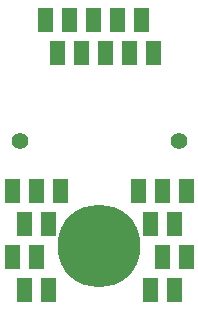
<source format=gbr>
G04 start of page 8 for group -4063 idx -4063 *
G04 Title: (unknown), componentmask *
G04 Creator: pcb 20110918 *
G04 CreationDate: Tue Nov 19 21:14:11 2013 UTC *
G04 For: fosse *
G04 Format: Gerber/RS-274X *
G04 PCB-Dimensions: 72000 152000 *
G04 PCB-Coordinate-Origin: lower left *
%MOIN*%
%FSLAX25Y25*%
%LNTOPMASK*%
%ADD47R,0.0500X0.0500*%
%ADD46C,0.0554*%
%ADD45C,0.2760*%
G54D45*X36000Y58000D03*
G54D46*X62575Y93205D03*
X9425D03*
G54D47*X7000Y78000D02*Y75000D01*
X11000Y67000D02*Y64000D01*
X7000Y56000D02*Y53000D01*
X11000Y45000D02*Y42000D01*
X15000Y78000D02*Y75000D01*
X19000Y67000D02*Y64000D01*
X15000Y56000D02*Y53000D01*
X19000Y45000D02*Y42000D01*
X23000Y78000D02*Y75000D01*
X53000Y67000D02*Y64000D01*
Y45000D02*Y42000D01*
X65000Y78000D02*Y75000D01*
X57000Y78000D02*Y75000D01*
X61000Y67000D02*Y64000D01*
X65000Y56000D02*Y53000D01*
X57000Y56000D02*Y53000D01*
X61000Y45000D02*Y42000D01*
X49000Y78000D02*Y75000D01*
X18000Y135000D02*Y132000D01*
X26000Y135000D02*Y132000D01*
X34000Y135000D02*Y132000D01*
X42000Y135000D02*Y132000D01*
X50000Y135000D02*Y132000D01*
X22000Y124000D02*Y121000D01*
X30000Y124000D02*Y121000D01*
X38000Y124000D02*Y121000D01*
X46000Y124000D02*Y121000D01*
X54000Y124000D02*Y121000D01*
M02*

</source>
